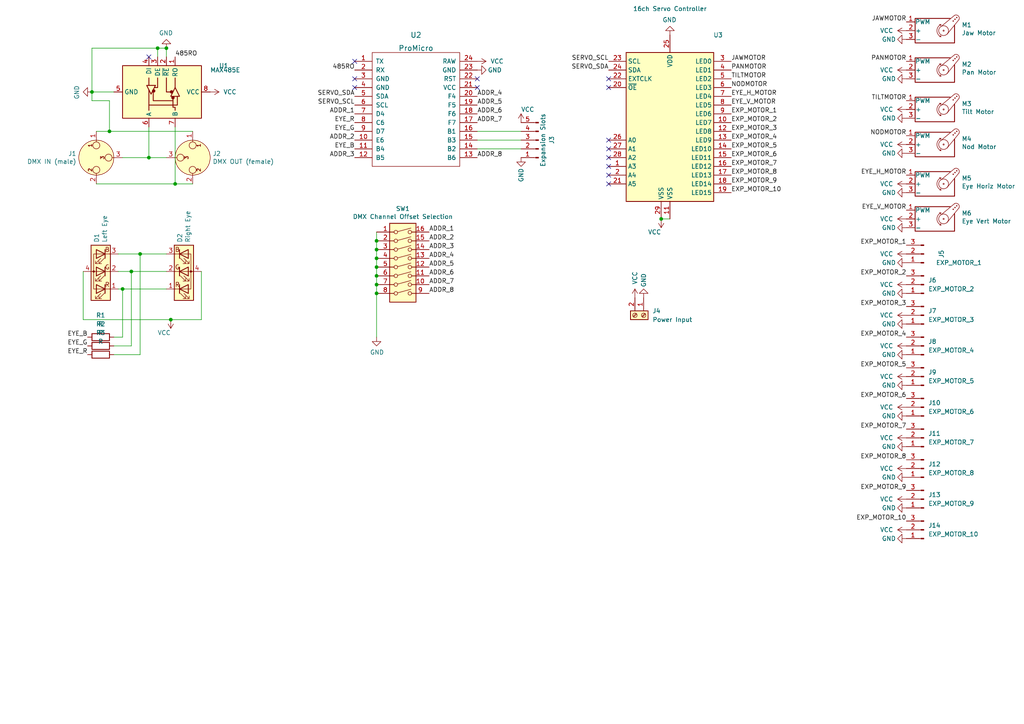
<source format=kicad_sch>
(kicad_sch (version 20211123) (generator eeschema)
  (paper "A4")
  (lib_symbols
    (symbol "Connector:Conn_01x03_Male" (pin_names (offset 1.016) hide)
      (property "Reference" "J" (at 0 5.08 0))
      (property "Value" "Conn_01x03_Male" (at 0 -5.08 0))
      (symbol "Conn_01x03_Male_1_1"
        (polyline (pts (xy 1.27 -2.54) (xy 0.8636 -2.54)) (stroke (width 0.1524)))
        (polyline (pts (xy 1.27 0) (xy 0.8636 0)) (stroke (width 0.1524)))
        (polyline (pts (xy 1.27 2.54) (xy 0.8636 2.54)) (stroke (width 0.1524)))
        (rectangle (start 0.8636 -2.413) (end 0 -2.667) (stroke (width 0.1524)) (fill (type outline)))
        (rectangle (start 0.8636 0.127) (end 0 -0.127) (stroke (width 0.1524)) (fill (type outline)))
        (rectangle (start 0.8636 2.667) (end 0 2.413) (stroke (width 0.1524)) (fill (type outline)))
        (pin passive line (at 5.08 2.54 180) (length 3.81) (name "Pin_1") (number "1"))
        (pin passive line (at 5.08 0 180) (length 3.81) (name "Pin_2") (number "2"))
        (pin passive line (at 5.08 -2.54 180) (length 3.81) (name "Pin_3") (number "3"))
      )
    )
    (symbol "Connector:Conn_01x05_Male" (pin_names (offset 1.016) hide)
      (property "Reference" "J" (at 0 7.62 0))
      (property "Value" "Conn_01x05_Male" (at 0 -7.62 0))
      (symbol "Conn_01x05_Male_1_1"
        (polyline (pts (xy 1.27 -5.08) (xy 0.8636 -5.08)) (stroke (width 0.1524)))
        (polyline (pts (xy 1.27 -2.54) (xy 0.8636 -2.54)) (stroke (width 0.1524)))
        (polyline (pts (xy 1.27 0) (xy 0.8636 0)) (stroke (width 0.1524)))
        (polyline (pts (xy 1.27 2.54) (xy 0.8636 2.54)) (stroke (width 0.1524)))
        (polyline (pts (xy 1.27 5.08) (xy 0.8636 5.08)) (stroke (width 0.1524)))
        (rectangle (start 0.8636 -4.953) (end 0 -5.207) (stroke (width 0.1524)) (fill (type outline)))
        (rectangle (start 0.8636 -2.413) (end 0 -2.667) (stroke (width 0.1524)) (fill (type outline)))
        (rectangle (start 0.8636 0.127) (end 0 -0.127) (stroke (width 0.1524)) (fill (type outline)))
        (rectangle (start 0.8636 2.667) (end 0 2.413) (stroke (width 0.1524)) (fill (type outline)))
        (rectangle (start 0.8636 5.207) (end 0 4.953) (stroke (width 0.1524)) (fill (type outline)))
        (pin passive line (at 5.08 5.08 180) (length 3.81) (name "Pin_1") (number "1"))
        (pin passive line (at 5.08 2.54 180) (length 3.81) (name "Pin_2") (number "2"))
        (pin passive line (at 5.08 0 180) (length 3.81) (name "Pin_3") (number "3"))
        (pin passive line (at 5.08 -2.54 180) (length 3.81) (name "Pin_4") (number "4"))
        (pin passive line (at 5.08 -5.08 180) (length 3.81) (name "Pin_5") (number "5"))
      )
    )
    (symbol "Connector:Screw_Terminal_01x02" (pin_names (offset 1.016) hide)
      (property "Reference" "J" (at 0 2.54 0))
      (property "Value" "Screw_Terminal_01x02" (at 0 -5.08 0))
      (symbol "Screw_Terminal_01x02_1_1"
        (rectangle (start -1.27 1.27) (end 1.27 -3.81) (stroke (width 0.254)) (fill (type background)))
        (circle (center 0 -2.54) (radius 0.635) (stroke (width 0.1524)))
        (polyline (pts (xy -0.5334 -2.2098) (xy 0.3302 -3.048)) (stroke (width 0.1524)))
        (polyline (pts (xy -0.5334 0.3302) (xy 0.3302 -0.508)) (stroke (width 0.1524)))
        (polyline (pts (xy -0.3556 -2.032) (xy 0.508 -2.8702)) (stroke (width 0.1524)))
        (polyline (pts (xy -0.3556 0.508) (xy 0.508 -0.3302)) (stroke (width 0.1524)))
        (circle (center 0 0) (radius 0.635) (stroke (width 0.1524)))
        (pin passive line (at -5.08 0 0) (length 3.81) (name "Pin_1") (number "1"))
        (pin passive line (at -5.08 -2.54 0) (length 3.81) (name "Pin_2") (number "2"))
      )
    )
    (symbol "Connector:XLR3" (pin_names hide)
      (property "Reference" "J" (at 0 8.89 0))
      (property "Value" "XLR3" (at 0 6.35 0))
      (symbol "XLR3_0_1"
        (circle (center -3.556 0) (radius 1.016))
        (circle (center 0 -3.556) (radius 1.016))
        (polyline (pts (xy -5.08 0) (xy -4.572 0)))
        (polyline (pts (xy 0 -5.08) (xy 0 -4.572)))
        (polyline (pts (xy 5.08 0) (xy 4.572 0)))
        (circle (center 0 0) (radius 5.08) (fill (type background)))
        (circle (center 3.556 0) (radius 1.016))
        (text "1" (at -3.556 1.778 0) (effects (font (size 1.016 1.016) bold)))
        (text "2" (at 3.556 1.778 0) (effects (font (size 1.016 1.016) bold)))
        (text "3" (at 0 -1.778 0) (effects (font (size 1.016 1.016) bold)))
        (pin passive line (at -7.62 0 0) (length 2.54) (name "~") (number "1"))
        (pin passive line (at 7.62 0 180) (length 2.54) (name "~") (number "2"))
        (pin passive line (at 0 -7.62 90) (length 2.54) (name "~") (number "3"))
      )
    )
    (symbol "Device:LED_RGBA" (pin_names (offset 0) hide)
      (property "Reference" "D" (at 0 9.398 0))
      (property "Value" "LED_RGBA" (at 0 -8.89 0))
      (symbol "LED_RGBA_0_0"
        (text "B" (at -1.905 -6.35 0) (effects (font (size 1.27 1.27))))
        (text "G" (at -1.905 -1.27 0) (effects (font (size 1.27 1.27))))
        (text "R" (at -1.905 3.81 0) (effects (font (size 1.27 1.27))))
      )
      (symbol "LED_RGBA_0_1"
        (polyline (pts (xy -1.27 -5.08) (xy -2.54 -5.08)))
        (polyline (pts (xy -1.27 -5.08) (xy 1.27 -5.08)))
        (polyline (pts (xy -1.27 -3.81) (xy -1.27 -6.35)) (stroke (width 0.254)))
        (polyline (pts (xy -1.27 0) (xy -2.54 0)))
        (polyline (pts (xy -1.27 1.27) (xy -1.27 -1.27)) (stroke (width 0.254)))
        (polyline (pts (xy -1.27 5.08) (xy -2.54 5.08)))
        (polyline (pts (xy -1.27 5.08) (xy 1.27 5.08)))
        (polyline (pts (xy -1.27 6.35) (xy -1.27 3.81)) (stroke (width 0.254)))
        (polyline (pts (xy 1.27 0) (xy -1.27 0)))
        (polyline (pts (xy 1.27 0) (xy 2.54 0)))
        (polyline (pts (xy -1.27 1.27) (xy -1.27 -1.27) (xy -1.27 -1.27)))
        (polyline (pts (xy -1.27 6.35) (xy -1.27 3.81) (xy -1.27 3.81)))
        (polyline (pts (xy 1.27 -5.08) (xy 2.032 -5.08) (xy 2.032 5.08) (xy 1.27 5.08)))
        (polyline (pts (xy 1.27 -3.81) (xy 1.27 -6.35) (xy -1.27 -5.08) (xy 1.27 -3.81)) (stroke (width 0.254)))
        (polyline (pts (xy 1.27 1.27) (xy 1.27 -1.27) (xy -1.27 0) (xy 1.27 1.27)) (stroke (width 0.254)))
        (polyline (pts (xy 1.27 6.35) (xy 1.27 3.81) (xy -1.27 5.08) (xy 1.27 6.35)) (stroke (width 0.254)))
        (polyline (pts (xy -1.016 -3.81) (xy 0.508 -2.286) (xy -0.254 -2.286) (xy 0.508 -2.286) (xy 0.508 -3.048)))
        (polyline (pts (xy -1.016 1.27) (xy 0.508 2.794) (xy -0.254 2.794) (xy 0.508 2.794) (xy 0.508 2.032)))
        (polyline (pts (xy -1.016 6.35) (xy 0.508 7.874) (xy -0.254 7.874) (xy 0.508 7.874) (xy 0.508 7.112)))
        (polyline (pts (xy 0 -3.81) (xy 1.524 -2.286) (xy 0.762 -2.286) (xy 1.524 -2.286) (xy 1.524 -3.048)))
        (polyline (pts (xy 0 1.27) (xy 1.524 2.794) (xy 0.762 2.794) (xy 1.524 2.794) (xy 1.524 2.032)))
        (polyline (pts (xy 0 6.35) (xy 1.524 7.874) (xy 0.762 7.874) (xy 1.524 7.874) (xy 1.524 7.112)))
        (rectangle (start 1.27 -1.27) (end 1.27 1.27))
        (rectangle (start 1.27 1.27) (end 1.27 1.27))
        (rectangle (start 1.27 3.81) (end 1.27 6.35))
        (rectangle (start 1.27 6.35) (end 1.27 6.35))
        (circle (center 2.032 0) (radius 0.254) (fill (type outline)))
        (rectangle (start 2.794 8.382) (end -2.794 -7.62) (stroke (width 0.254)) (fill (type background)))
      )
      (symbol "LED_RGBA_1_1"
        (pin passive line (at -5.08 5.08 0) (length 2.54) (name "RK") (number "1"))
        (pin passive line (at -5.08 0 0) (length 2.54) (name "GK") (number "2"))
        (pin passive line (at -5.08 -5.08 0) (length 2.54) (name "BK") (number "3"))
        (pin passive line (at 5.08 0 180) (length 2.54) (name "A") (number "4"))
      )
    )
    (symbol "Device:R" (pin_numbers hide) (pin_names (offset 0))
      (property "Reference" "R" (at 2.032 0 90))
      (property "Value" "R" (at 0 0 90))
      (symbol "R_0_1"
        (rectangle (start -1.016 -2.54) (end 1.016 2.54) (stroke (width 0.254)))
      )
      (symbol "R_1_1"
        (pin passive line (at 0 3.81 270) (length 1.27) (name "~") (number "1"))
        (pin passive line (at 0 -3.81 90) (length 1.27) (name "~") (number "2"))
      )
    )
    (symbol "Driver_LED:PCA9685BS"
      (property "Reference" "U" (at -12.7 22.225 0))
      (property "Value" "PCA9685BS" (at 1.27 22.225 0))
      (symbol "PCA9685BS_0_1"
        (rectangle (start -12.7 20.32) (end 12.7 -22.86) (stroke (width 0.254)) (fill (type background)))
      )
      (symbol "PCA9685BS_1_1"
        (pin input line (at -17.78 -12.7 0) (length 5.08) (name "A3") (number "1"))
        (pin output line (at 17.78 0 180) (length 5.08) (name "LED7") (number "10"))
        (pin power_in line (at 0 -27.94 90) (length 5.08) (name "VSS") (number "11"))
        (pin output line (at 17.78 -2.54 180) (length 5.08) (name "LED8") (number "12"))
        (pin output line (at 17.78 -5.08 180) (length 5.08) (name "LED9") (number "13"))
        (pin output line (at 17.78 -7.62 180) (length 5.08) (name "LED10") (number "14"))
        (pin output line (at 17.78 -10.16 180) (length 5.08) (name "LED11") (number "15"))
        (pin output line (at 17.78 -12.7 180) (length 5.08) (name "LED12") (number "16"))
        (pin output line (at 17.78 -15.24 180) (length 5.08) (name "LED13") (number "17"))
        (pin output line (at 17.78 -17.78 180) (length 5.08) (name "LED14") (number "18"))
        (pin output line (at 17.78 -20.32 180) (length 5.08) (name "LED15") (number "19"))
        (pin input line (at -17.78 -15.24 0) (length 5.08) (name "A4") (number "2"))
        (pin input line (at -17.78 10.16 0) (length 5.08) (name "~{OE}") (number "20"))
        (pin input line (at -17.78 -17.78 0) (length 5.08) (name "A5") (number "21"))
        (pin input line (at -17.78 12.7 0) (length 5.08) (name "EXTCLK") (number "22"))
        (pin input line (at -17.78 17.78 0) (length 5.08) (name "SCL") (number "23"))
        (pin bidirectional line (at -17.78 15.24 0) (length 5.08) (name "SDA") (number "24"))
        (pin power_in line (at 0 25.4 270) (length 5.08) (name "VDD") (number "25"))
        (pin input line (at -17.78 -5.08 0) (length 5.08) (name "A0") (number "26"))
        (pin input line (at -17.78 -7.62 0) (length 5.08) (name "A1") (number "27"))
        (pin input line (at -17.78 -10.16 0) (length 5.08) (name "A2") (number "28"))
        (pin power_in line (at -2.54 -27.94 90) (length 5.08) (name "VSS") (number "29"))
        (pin output line (at 17.78 17.78 180) (length 5.08) (name "LED0") (number "3"))
        (pin output line (at 17.78 15.24 180) (length 5.08) (name "LED1") (number "4"))
        (pin output line (at 17.78 12.7 180) (length 5.08) (name "LED2") (number "5"))
        (pin output line (at 17.78 10.16 180) (length 5.08) (name "LED3") (number "6"))
        (pin output line (at 17.78 7.62 180) (length 5.08) (name "LED4") (number "7"))
        (pin output line (at 17.78 5.08 180) (length 5.08) (name "LED5") (number "8"))
        (pin output line (at 17.78 2.54 180) (length 5.08) (name "LED6") (number "9"))
      )
    )
    (symbol "Interface_UART:MAX485E"
      (property "Reference" "U" (at -6.096 11.43 0))
      (property "Value" "MAX485E" (at 0.762 11.43 0))
      (symbol "MAX485E_0_1"
        (rectangle (start -7.62 10.16) (end 7.62 -12.7) (stroke (width 0.254)) (fill (type background)))
        (circle (center -0.3048 -3.683) (radius 0.3556) (stroke (width 0.254)) (fill (type outline)))
        (circle (center -0.0254 1.4986) (radius 0.3556) (stroke (width 0.254)) (fill (type outline)))
        (polyline (pts (xy -4.064 -5.08) (xy -1.905 -5.08)) (stroke (width 0.254)))
        (polyline (pts (xy -4.064 2.54) (xy -1.27 2.54)) (stroke (width 0.254)))
        (polyline (pts (xy -1.27 -3.2004) (xy -1.27 -3.4544)) (stroke (width 0.254)))
        (polyline (pts (xy -0.635 -5.08) (xy 5.334 -5.08)) (stroke (width 0.254)))
        (polyline (pts (xy -4.064 -2.54) (xy -1.27 -2.54) (xy -1.27 -3.175)) (stroke (width 0.254)))
        (polyline (pts (xy 0 1.27) (xy 0 0) (xy -4.064 0)) (stroke (width 0.254)))
        (polyline (pts (xy 1.27 3.175) (xy 3.81 3.175) (xy 3.81 -5.08)) (stroke (width 0.254)))
        (polyline (pts (xy 2.54 1.905) (xy 2.54 -3.81) (xy 0 -3.81)) (stroke (width 0.254)))
        (polyline (pts (xy -1.905 -3.175) (xy -1.905 -5.715) (xy 0.635 -4.445) (xy -1.905 -3.175)) (stroke (width 0.254)))
        (polyline (pts (xy -1.27 2.54) (xy 1.27 3.81) (xy 1.27 1.27) (xy -1.27 2.54)) (stroke (width 0.254)))
        (polyline (pts (xy 1.905 1.905) (xy 4.445 1.905) (xy 4.445 2.54) (xy 5.334 2.54)) (stroke (width 0.254)))
        (rectangle (start 1.27 3.175) (end 1.27 3.175))
        (circle (center 1.651 1.905) (radius 0.3556) (stroke (width 0.254)) (fill (type outline)))
      )
      (symbol "MAX485E_1_1"
        (pin output line (at -10.16 2.54 0) (length 2.54) (name "RO") (number "1"))
        (pin input line (at -10.16 0 0) (length 2.54) (name "~{RE}") (number "2"))
        (pin input line (at -10.16 -2.54 0) (length 2.54) (name "DE") (number "3"))
        (pin input line (at -10.16 -5.08 0) (length 2.54) (name "DI") (number "4"))
        (pin power_in line (at 0 -15.24 90) (length 2.54) (name "GND") (number "5"))
        (pin bidirectional line (at 10.16 -5.08 180) (length 2.54) (name "A") (number "6"))
        (pin bidirectional line (at 10.16 2.54 180) (length 2.54) (name "B") (number "7"))
        (pin power_in line (at 0 12.7 270) (length 2.54) (name "VCC") (number "8"))
      )
    )
    (symbol "Motor:Motor_Servo" (pin_names (offset 0.0254))
      (property "Reference" "M" (at -5.08 4.445 0))
      (property "Value" "Motor_Servo" (at -5.08 -4.064 0))
      (symbol "Motor_Servo_0_1"
        (polyline (pts (xy 2.413 -1.778) (xy 2.032 -1.778)))
        (polyline (pts (xy 2.413 -1.778) (xy 2.286 -1.397)))
        (polyline (pts (xy 2.413 1.778) (xy 1.905 1.778)))
        (polyline (pts (xy 2.413 1.778) (xy 2.286 1.397)))
        (polyline (pts (xy 6.35 4.445) (xy 2.54 1.27)))
        (polyline (pts (xy 7.62 3.175) (xy 4.191 -1.016)))
        (polyline (pts (xy 5.08 3.556) (xy -5.08 3.556) (xy -5.08 -3.556) (xy 6.35 -3.556) (xy 6.35 1.524)) (stroke (width 0.254)))
        (arc (start 2.413 1.778) (mid 1.2406 0) (end 2.413 -1.778))
        (circle (center 3.175 0) (radius 0.1778))
        (circle (center 3.175 0) (radius 1.4224))
        (circle (center 5.969 2.794) (radius 0.127))
        (circle (center 6.477 3.302) (radius 0.127))
        (circle (center 6.985 3.81) (radius 0.127))
        (arc (start 7.62 3.175) (mid 7.4485 4.2735) (end 6.35 4.445))
      )
      (symbol "Motor_Servo_1_1"
        (pin passive line (at -7.62 2.54 0) (length 2.54) (name "PWM") (number "1"))
        (pin passive line (at -7.62 0 0) (length 2.54) (name "+") (number "2"))
        (pin passive line (at -7.62 -2.54 0) (length 2.54) (name "-") (number "3"))
      )
    )
    (symbol "Switch:SW_DIP_x08" (pin_names (offset 0) hide)
      (property "Reference" "SW" (at 0 13.97 0))
      (property "Value" "SW_DIP_x08" (at 0 -11.43 0))
      (symbol "SW_DIP_x08_0_0"
        (circle (center -2.032 -7.62) (radius 0.508))
        (circle (center -2.032 -5.08) (radius 0.508))
        (circle (center -2.032 -2.54) (radius 0.508))
        (circle (center -2.032 0) (radius 0.508))
        (circle (center -2.032 2.54) (radius 0.508))
        (circle (center -2.032 5.08) (radius 0.508))
        (circle (center -2.032 7.62) (radius 0.508))
        (circle (center -2.032 10.16) (radius 0.508))
        (polyline (pts (xy -1.524 -7.4676) (xy 2.3622 -6.4262)))
        (polyline (pts (xy -1.524 -4.9276) (xy 2.3622 -3.8862)))
        (polyline (pts (xy -1.524 -2.3876) (xy 2.3622 -1.3462)))
        (polyline (pts (xy -1.524 0.127) (xy 2.3622 1.1684)))
        (polyline (pts (xy -1.524 2.667) (xy 2.3622 3.7084)))
        (polyline (pts (xy -1.524 5.207) (xy 2.3622 6.2484)))
        (polyline (pts (xy -1.524 7.747) (xy 2.3622 8.7884)))
        (polyline (pts (xy -1.524 10.287) (xy 2.3622 11.3284)))
        (circle (center 2.032 -7.62) (radius 0.508))
        (circle (center 2.032 -5.08) (radius 0.508))
        (circle (center 2.032 -2.54) (radius 0.508))
        (circle (center 2.032 0) (radius 0.508))
        (circle (center 2.032 2.54) (radius 0.508))
        (circle (center 2.032 5.08) (radius 0.508))
        (circle (center 2.032 7.62) (radius 0.508))
        (circle (center 2.032 10.16) (radius 0.508))
      )
      (symbol "SW_DIP_x08_0_1"
        (rectangle (start -3.81 12.7) (end 3.81 -10.16) (stroke (width 0.254)) (fill (type background)))
      )
      (symbol "SW_DIP_x08_1_1"
        (pin passive line (at -7.62 10.16 0) (length 5.08) (name "~") (number "1"))
        (pin passive line (at 7.62 -5.08 180) (length 5.08) (name "~") (number "10"))
        (pin passive line (at 7.62 -2.54 180) (length 5.08) (name "~") (number "11"))
        (pin passive line (at 7.62 0 180) (length 5.08) (name "~") (number "12"))
        (pin passive line (at 7.62 2.54 180) (length 5.08) (name "~") (number "13"))
        (pin passive line (at 7.62 5.08 180) (length 5.08) (name "~") (number "14"))
        (pin passive line (at 7.62 7.62 180) (length 5.08) (name "~") (number "15"))
        (pin passive line (at 7.62 10.16 180) (length 5.08) (name "~") (number "16"))
        (pin passive line (at -7.62 7.62 0) (length 5.08) (name "~") (number "2"))
        (pin passive line (at -7.62 5.08 0) (length 5.08) (name "~") (number "3"))
        (pin passive line (at -7.62 2.54 0) (length 5.08) (name "~") (number "4"))
        (pin passive line (at -7.62 0 0) (length 5.08) (name "~") (number "5"))
        (pin passive line (at -7.62 -2.54 0) (length 5.08) (name "~") (number "6"))
        (pin passive line (at -7.62 -5.08 0) (length 5.08) (name "~") (number "7"))
        (pin passive line (at -7.62 -7.62 0) (length 5.08) (name "~") (number "8"))
        (pin passive line (at 7.62 -7.62 180) (length 5.08) (name "~") (number "9"))
      )
    )
    (symbol "power:GND" (power) (pin_names (offset 0))
      (property "Value" "GND" (at 0 -3.81 0))
      (symbol "GND_0_1"
        (polyline (pts (xy 0 0) (xy 0 -1.27) (xy 1.27 -1.27) (xy 0 -2.54) (xy -1.27 -1.27) (xy 0 -1.27)))
      )
      (symbol "GND_1_1"
        (pin power_in line (at 0 0 270) (length 0) hide (name "GND") (number "1"))
      )
    )
    (symbol "power:VCC" (power) (pin_names (offset 0))
      (property "Value" "VCC" (at 0 3.81 0))
      (symbol "VCC_0_1"
        (polyline (pts (xy -0.762 1.27) (xy 0 2.54)))
        (polyline (pts (xy 0 0) (xy 0 2.54)))
        (polyline (pts (xy 0 2.54) (xy 0.762 1.27)))
      )
      (symbol "VCC_1_1"
        (pin power_in line (at 0 0 90) (length 0) hide (name "VCC") (number "1"))
      )
    )
    (symbol "promicro:ProMicro" (pin_names (offset 1.016))
      (property "Reference" "U" (at 0 24.13 0))
      (property "Value" "ProMicro" (at 0 -13.97 0))
      (symbol "ProMicro_0_1"
        (rectangle (start -12.7 21.59) (end 12.7 -11.43))
      )
      (symbol "ProMicro_1_1"
        (pin bidirectional line (at -17.78 19.05 0) (length 5.08) (name "TX") (number "1"))
        (pin bidirectional line (at -17.78 -3.81 0) (length 5.08) (name "E6") (number "10"))
        (pin bidirectional line (at -17.78 -6.35 0) (length 5.08) (name "B4") (number "11"))
        (pin bidirectional line (at -17.78 -8.89 0) (length 5.08) (name "B5") (number "12"))
        (pin bidirectional line (at 17.78 -8.89 180) (length 5.08) (name "B6") (number "13"))
        (pin bidirectional line (at 17.78 -6.35 180) (length 5.08) (name "B2") (number "14"))
        (pin bidirectional line (at 17.78 -3.81 180) (length 5.08) (name "B3") (number "15"))
        (pin bidirectional line (at 17.78 -1.27 180) (length 5.08) (name "B1") (number "16"))
        (pin bidirectional line (at 17.78 1.27 180) (length 5.08) (name "F7") (number "17"))
        (pin bidirectional line (at 17.78 3.81 180) (length 5.08) (name "F6") (number "18"))
        (pin bidirectional line (at 17.78 6.35 180) (length 5.08) (name "F5") (number "19"))
        (pin bidirectional line (at -17.78 16.51 0) (length 5.08) (name "RX") (number "2"))
        (pin bidirectional line (at 17.78 8.89 180) (length 5.08) (name "F4") (number "20"))
        (pin power_in line (at 17.78 11.43 180) (length 5.08) (name "VCC") (number "21"))
        (pin input line (at 17.78 13.97 180) (length 5.08) (name "RST") (number "22"))
        (pin power_in line (at 17.78 16.51 180) (length 5.08) (name "GND") (number "23"))
        (pin power_out line (at 17.78 19.05 180) (length 5.08) (name "RAW") (number "24"))
        (pin power_in line (at -17.78 13.97 0) (length 5.08) (name "GND") (number "3"))
        (pin power_in line (at -17.78 11.43 0) (length 5.08) (name "GND") (number "4"))
        (pin bidirectional line (at -17.78 8.89 0) (length 5.08) (name "SDA") (number "5"))
        (pin bidirectional line (at -17.78 6.35 0) (length 5.08) (name "SCL") (number "6"))
        (pin bidirectional line (at -17.78 3.81 0) (length 5.08) (name "D4") (number "7"))
        (pin bidirectional line (at -17.78 1.27 0) (length 5.08) (name "C6") (number "8"))
        (pin bidirectional line (at -17.78 -1.27 0) (length 5.08) (name "D7") (number "9"))
      )
    )
  )
  (junction (at 35.56 83.82))
  (junction (at 109.22 80.01))
  (junction (at 38.1 78.74))
  (junction (at 49.53 92.71))
  (junction (at 45.72 13.97))
  (junction (at 40.64 73.66))
  (junction (at 191.77 63.5))
  (junction (at 50.8 53.34))
  (junction (at 26.67 26.67))
  (junction (at 109.22 77.47))
  (junction (at 109.22 72.39))
  (junction (at 48.26 13.97))
  (junction (at 109.22 85.09))
  (junction (at 31.75 38.1))
  (junction (at 43.18 45.72))
  (junction (at 109.22 74.93))
  (junction (at 109.22 69.85))
  (junction (at 109.22 82.55))
  (no_connect (at 43.18 16.51))
  (no_connect (at 102.87 17.78))
  (no_connect (at 102.87 22.86))
  (no_connect (at 102.87 25.4))
  (no_connect (at 176.53 40.64))
  (no_connect (at 138.43 22.86))
  (no_connect (at 138.43 25.4))
  (no_connect (at 176.53 22.86))
  (no_connect (at 176.53 25.4))
  (no_connect (at 176.53 43.18))
  (no_connect (at 176.53 48.26))
  (no_connect (at 176.53 50.8))
  (no_connect (at 176.53 53.34))
  (no_connect (at 176.53 45.72))
  (wire (pts (xy 58.42 78.74) (xy 58.42 92.71)))
  (wire (pts (xy 38.1 78.74) (xy 48.26 78.74)))
  (wire (pts (xy 194.31 63.5) (xy 191.77 63.5)))
  (wire (pts (xy 31.75 38.1) (xy 31.75 29.21)))
  (wire (pts (xy 35.56 83.82) (xy 48.26 83.82)))
  (wire (pts (xy 48.26 13.97) (xy 48.26 16.51)))
  (wire (pts (xy 35.56 45.72) (xy 43.18 45.72)))
  (wire (pts (xy 31.75 29.21) (xy 26.67 29.21)))
  (wire (pts (xy 26.67 29.21) (xy 26.67 26.67)))
  (wire (pts (xy 138.43 43.18) (xy 151.13 43.18)))
  (wire (pts (xy 138.43 38.1) (xy 151.13 38.1)))
  (wire (pts (xy 34.29 78.74) (xy 38.1 78.74)))
  (wire (pts (xy 27.94 38.1) (xy 31.75 38.1)))
  (wire (pts (xy 24.13 92.71) (xy 49.53 92.71)))
  (wire (pts (xy 109.22 72.39) (xy 109.22 74.93)))
  (wire (pts (xy 109.22 69.85) (xy 109.22 72.39)))
  (wire (pts (xy 49.53 92.71) (xy 58.42 92.71)))
  (wire (pts (xy 109.22 74.93) (xy 109.22 77.47)))
  (wire (pts (xy 27.94 53.34) (xy 50.8 53.34)))
  (wire (pts (xy 43.18 45.72) (xy 48.26 45.72)))
  (wire (pts (xy 26.67 26.67) (xy 26.67 13.97)))
  (wire (pts (xy 40.64 102.87) (xy 40.64 73.66)))
  (wire (pts (xy 43.18 45.72) (xy 43.18 36.83)))
  (wire (pts (xy 138.43 40.64) (xy 151.13 40.64)))
  (wire (pts (xy 109.22 85.09) (xy 109.22 97.79)))
  (wire (pts (xy 38.1 100.33) (xy 38.1 78.74)))
  (wire (pts (xy 45.72 13.97) (xy 45.72 16.51)))
  (wire (pts (xy 109.22 77.47) (xy 109.22 80.01)))
  (wire (pts (xy 34.29 73.66) (xy 40.64 73.66)))
  (wire (pts (xy 33.02 102.87) (xy 40.64 102.87)))
  (wire (pts (xy 31.75 38.1) (xy 55.88 38.1)))
  (wire (pts (xy 48.26 13.97) (xy 45.72 13.97)))
  (wire (pts (xy 33.02 26.67) (xy 26.67 26.67)))
  (wire (pts (xy 24.13 92.71) (xy 24.13 78.74)))
  (wire (pts (xy 109.22 67.31) (xy 109.22 69.85)))
  (wire (pts (xy 50.8 36.83) (xy 50.8 53.34)))
  (wire (pts (xy 26.67 13.97) (xy 45.72 13.97)))
  (wire (pts (xy 40.64 73.66) (xy 48.26 73.66)))
  (wire (pts (xy 109.22 82.55) (xy 109.22 85.09)))
  (wire (pts (xy 33.02 97.79) (xy 35.56 97.79)))
  (wire (pts (xy 50.8 53.34) (xy 55.88 53.34)))
  (wire (pts (xy 34.29 83.82) (xy 35.56 83.82)))
  (wire (pts (xy 109.22 80.01) (xy 109.22 82.55)))
  (wire (pts (xy 35.56 97.79) (xy 35.56 83.82)))
  (wire (pts (xy 33.02 100.33) (xy 38.1 100.33)))
  (label "SERVO_SCL" (at 176.53 17.78 180))
  (label "EYE_V_MOTOR" (at 212.09 30.48 0))
  (label "ADDR_4" (at 124.46 74.93 0))
  (label "EXP_MOTOR_9" (at 212.09 53.34 0))
  (label "EXP_MOTOR_10" (at 262.89 151.13 180))
  (label "SERVO_SCL" (at 102.87 30.48 180))
  (label "EXP_MOTOR_9" (at 262.89 142.24 180))
  (label "PANMOTOR" (at 212.09 20.32 0))
  (label "EYE_H_MOTOR" (at 212.09 27.94 0))
  (label "EXP_MOTOR_1" (at 212.09 33.02 0))
  (label "EXP_MOTOR_6" (at 262.89 115.57 180))
  (label "485RO" (at 50.8 16.51 0))
  (label "ADDR_5" (at 124.46 77.47 0))
  (label "EXP_MOTOR_2" (at 262.89 80.01 180))
  (label "EXP_MOTOR_5" (at 212.09 43.18 0))
  (label "EXP_MOTOR_3" (at 262.89 88.9 180))
  (label "EXP_MOTOR_10" (at 212.09 55.88 0))
  (label "ADDR_7" (at 138.43 35.56 0))
  (label "EXP_MOTOR_4" (at 212.09 40.64 0))
  (label "EXP_MOTOR_7" (at 262.89 124.46 180))
  (label "ADDR_3" (at 102.87 45.72 180))
  (label "ADDR_1" (at 124.46 67.31 0))
  (label "EYE_B" (at 25.4 97.79 180))
  (label "EXP_MOTOR_2" (at 212.09 35.56 0))
  (label "ADDR_6" (at 138.43 33.02 0))
  (label "EXP_MOTOR_8" (at 212.09 50.8 0))
  (label "EYE_G" (at 25.4 100.33 180))
  (label "ADDR_4" (at 138.43 27.94 0))
  (label "ADDR_3" (at 124.46 72.39 0))
  (label "EYE_R" (at 25.4 102.87 180))
  (label "EXP_MOTOR_5" (at 262.89 106.68 180))
  (label "NODMOTOR" (at 262.89 39.37 180))
  (label "JAWMOTOR" (at 212.09 17.78 0))
  (label "ADDR_2" (at 102.87 40.64 180))
  (label "SERVO_SDA" (at 176.53 20.32 180))
  (label "EXP_MOTOR_3" (at 212.09 38.1 0))
  (label "ADDR_5" (at 138.43 30.48 0))
  (label "JAWMOTOR" (at 262.89 6.35 180))
  (label "SERVO_SDA" (at 102.87 27.94 180))
  (label "EXP_MOTOR_4" (at 262.89 97.79 180))
  (label "PANMOTOR" (at 262.89 17.78 180))
  (label "EYE_H_MOTOR" (at 262.89 50.8 180))
  (label "EXP_MOTOR_7" (at 212.09 48.26 0))
  (label "TILTMOTOR" (at 262.89 29.21 180))
  (label "EYE_R" (at 102.87 35.56 180))
  (label "ADDR_6" (at 124.46 80.01 0))
  (label "EXP_MOTOR_1" (at 262.89 71.12 180))
  (label "ADDR_7" (at 124.46 82.55 0))
  (label "EXP_MOTOR_8" (at 262.89 133.35 180))
  (label "485RO" (at 102.87 20.32 180))
  (label "ADDR_1" (at 102.87 33.02 180))
  (label "EYE_B" (at 102.87 43.18 180))
  (label "EXP_MOTOR_6" (at 212.09 45.72 0))
  (label "TILTMOTOR" (at 212.09 22.86 0))
  (label "ADDR_8" (at 124.46 85.09 0))
  (label "EYE_G" (at 102.87 38.1 180))
  (label "ADDR_2" (at 124.46 69.85 0))
  (label "NODMOTOR" (at 212.09 25.4 0))
  (label "ADDR_8" (at 138.43 45.72 0))
  (label "EYE_V_MOTOR" (at 262.89 60.96 180))
  (symbol (lib_id "Interface_UART:MAX485E") (at 48.26 26.67 270) (unit 1)
    (property "Reference" "U1" (at 63.5 19.05 90) (effects (justify left)))
    (property "Value" "MAX485E" (at 60.96 20.32 90) (effects (justify left)))
    (property "Footprint" "test:MAX485" (effects hide))
    (property "Datasheet" "https://datasheets.maximintegrated.com/en/ds/MAX1487E-MAX491E.pdf" (effects hide))
  )
  (symbol (lib_id "power:GND") (at 48.26 13.97 180) (unit 1)
    (property "Reference" "#PWR0102" (effects hide))
    (property "Value" "GND" (at 48.133 9.5758 0))
  )
  (symbol (lib_id "Connector:XLR3") (at 27.94 45.72 90) (mirror x) (unit 1)
    (property "Reference" "J1" (at 22.1742 44.5516 90) (effects (justify left)))
    (property "Value" "DMX IN (male)" (at 22.1742 46.863 90) (effects (justify left)))
    (property "Footprint" "Connector_PinHeader_2.54mm:PinHeader_1x03_P2.54mm_Horizontal" (effects hide))
    (property "Datasheet" " ~" (effects hide))
  )
  (symbol (lib_id "Connector:XLR3") (at 55.88 45.72 270) (unit 1)
    (property "Reference" "J2" (at 61.6712 44.5516 90) (effects (justify left)))
    (property "Value" "DMX OUT (female)" (at 61.6712 46.863 90) (effects (justify left)))
    (property "Footprint" "Connector_PinHeader_2.54mm:PinHeader_1x03_P2.54mm_Horizontal" (effects hide))
    (property "Datasheet" " ~" (effects hide))
  )
  (symbol (lib_id "Device:LED_RGBA") (at 29.21 78.74 180) (unit 1)
    (property "Reference" "D1" (at 28.0416 70.358 90) (effects (justify right)))
    (property "Value" "Left Eye" (at 30.353 70.358 90) (effects (justify right)))
    (property "Footprint" "Connector_PinHeader_2.54mm:PinHeader_1x04_P2.54mm_Horizontal" (effects hide))
  )
  (symbol (lib_id "Device:LED_RGBA") (at 53.34 78.74 0) (mirror x) (unit 1)
    (property "Reference" "D2" (at 52.1716 70.358 90) (effects (justify right)))
    (property "Value" "Right Eye" (at 54.483 70.358 90) (effects (justify right)))
    (property "Footprint" "Connector_PinHeader_2.54mm:PinHeader_1x04_P2.54mm_Horizontal" (effects hide))
  )
  (symbol (lib_id "Driver_LED:PCA9685BS") (at 194.31 35.56 0) (unit 1)
    (property "Reference" "U3" (at 208.28 10.16 0))
    (property "Value" "16ch Servo Controller" (at 194.31 2.54 0))
    (property "Footprint" "test:Adafruit 16ch Servo controller" (effects hide))
    (property "Datasheet" "http://www.nxp.com/documents/data_sheet/PCA9685.pdf" (effects hide))
  )
  (symbol (lib_id "power:GND") (at 194.31 10.16 180) (unit 1)
    (property "Reference" "#PWR0108" (effects hide))
    (property "Value" "GND" (at 194.183 5.7658 0))
  )
  (symbol (lib_id "Motor:Motor_Servo") (at 270.51 8.89 0) (unit 1)
    (property "Reference" "M1" (at 278.9428 7.239 0) (effects (justify left)))
    (property "Value" "Jaw Motor" (at 278.9428 9.5504 0) (effects (justify left)))
    (property "Footprint" "Connector_PinHeader_2.54mm:PinHeader_1x03_P2.54mm_Horizontal" (effects hide))
    (property "Datasheet" "http://forums.parallax.com/uploads/attachments/46831/74481.png" (effects hide))
  )
  (symbol (lib_id "Motor:Motor_Servo") (at 270.51 20.32 0) (unit 1)
    (property "Reference" "M2" (at 278.9428 18.669 0) (effects (justify left)))
    (property "Value" "Pan Motor" (at 278.9428 20.9804 0) (effects (justify left)))
    (property "Footprint" "Connector_PinHeader_2.54mm:PinHeader_1x03_P2.54mm_Horizontal" (effects hide))
    (property "Datasheet" "http://forums.parallax.com/uploads/attachments/46831/74481.png" (effects hide))
  )
  (symbol (lib_id "Motor:Motor_Servo") (at 270.51 31.75 0) (unit 1)
    (property "Reference" "M3" (at 278.9428 30.099 0) (effects (justify left)))
    (property "Value" "Tilt Motor" (at 278.9428 32.4104 0) (effects (justify left)))
    (property "Footprint" "Connector_PinHeader_2.54mm:PinHeader_1x03_P2.54mm_Horizontal" (effects hide))
    (property "Datasheet" "http://forums.parallax.com/uploads/attachments/46831/74481.png" (effects hide))
  )
  (symbol (lib_id "Motor:Motor_Servo") (at 270.51 41.91 0) (unit 1)
    (property "Reference" "M4" (at 278.9428 40.259 0) (effects (justify left)))
    (property "Value" "Nod Motor" (at 278.9428 42.5704 0) (effects (justify left)))
    (property "Footprint" "Connector_PinHeader_2.54mm:PinHeader_1x03_P2.54mm_Horizontal" (effects hide))
    (property "Datasheet" "http://forums.parallax.com/uploads/attachments/46831/74481.png" (effects hide))
  )
  (symbol (lib_id "Motor:Motor_Servo") (at 270.51 53.34 0) (unit 1)
    (property "Reference" "M5" (at 278.9428 51.689 0) (effects (justify left)))
    (property "Value" "Eye Horiz Motor" (at 278.9428 54.0004 0) (effects (justify left)))
    (property "Footprint" "Connector_PinHeader_2.54mm:PinHeader_1x03_P2.54mm_Horizontal" (effects hide))
    (property "Datasheet" "http://forums.parallax.com/uploads/attachments/46831/74481.png" (effects hide))
  )
  (symbol (lib_id "Motor:Motor_Servo") (at 270.51 63.5 0) (unit 1)
    (property "Reference" "M6" (at 278.9428 61.849 0) (effects (justify left)))
    (property "Value" "Eye Vert Motor" (at 278.9428 64.1604 0) (effects (justify left)))
    (property "Footprint" "Connector_PinHeader_2.54mm:PinHeader_1x03_P2.54mm_Horizontal" (effects hide))
    (property "Datasheet" "http://forums.parallax.com/uploads/attachments/46831/74481.png" (effects hide))
  )
  (symbol (lib_id "Switch:SW_DIP_x08") (at 116.84 77.47 0) (unit 1)
    (property "Reference" "SW1" (at 116.84 60.5282 0))
    (property "Value" "DMX Channel Offset Selection" (at 116.84 62.8396 0))
    (property "Footprint" "Button_Switch_THT:SW_DIP_SPSTx08_Slide_6.7x21.88mm_W7.62mm_P2.54mm_LowProfile" (effects hide))
  )
  (symbol (lib_id "Device:R") (at 29.21 102.87 270) (unit 1)
    (property "Reference" "R3" (at 29.21 96.52 90))
    (property "Value" "R" (at 29.21 99.06 90))
    (property "Footprint" "Resistor_THT:R_Axial_DIN0204_L3.6mm_D1.6mm_P5.08mm_Horizontal" (effects hide))
  )
  (symbol (lib_id "power:VCC") (at 184.15 86.36 0) (unit 1)
    (property "Reference" "#PWR0144" (effects hide))
    (property "Value" "VCC" (at 184.1499 82.55 90) (effects (justify left)))
  )
  (symbol (lib_id "Connector:Conn_01x05_Male") (at 156.21 40.64 180) (unit 1)
    (property "Reference" "J3" (at 160.02 40.64 90))
    (property "Value" "Expansion Slots" (at 157.48 40.64 90))
    (property "Footprint" "Connector_PinHeader_2.54mm:PinHeader_1x05_P2.54mm_Horizontal" (effects hide))
  )
  (symbol (lib_id "power:GND") (at 151.13 45.72 0) (unit 1)
    (property "Reference" "#PWR0104" (effects hide))
    (property "Value" "GND" (at 151.13 50.8 90))
  )
  (symbol (lib_id "Connector:Conn_01x03_Male") (at 267.97 118.11 180) (unit 1)
    (property "Reference" "J10" (at 269.24 116.8399 0) (effects (justify right)))
    (property "Value" "EXP_MOTOR_6" (at 269.24 119.3799 0) (effects (justify right)))
    (property "Footprint" "Connector_PinHeader_2.54mm:PinHeader_1x03_P2.54mm_Horizontal" (effects hide))
  )
  (symbol (lib_id "power:VCC") (at 262.89 31.75 90) (unit 1)
    (property "Reference" "#PWR0136" (effects hide))
    (property "Value" "VCC" (at 259.08 31.7501 90) (effects (justify left)))
  )
  (symbol (lib_id "power:GND") (at 26.67 26.67 270) (unit 1)
    (property "Reference" "#PWR0145" (effects hide))
    (property "Value" "GND" (at 22.2758 26.797 0))
  )
  (symbol (lib_id "Device:R") (at 29.21 100.33 270) (unit 1)
    (property "Reference" "R2" (at 29.21 93.98 90))
    (property "Value" "R" (at 29.21 96.52 90))
    (property "Footprint" "Resistor_THT:R_Axial_DIN0204_L3.6mm_D1.6mm_P5.08mm_Horizontal" (effects hide))
  )
  (symbol (lib_id "power:GND") (at 262.89 120.65 270) (unit 1)
    (property "Reference" "#PWR0121" (effects hide))
    (property "Value" "GND" (at 257.81 120.65 90))
  )
  (symbol (lib_id "power:GND") (at 262.89 85.09 270) (unit 1)
    (property "Reference" "#PWR0132" (effects hide))
    (property "Value" "GND" (at 257.81 85.09 90))
  )
  (symbol (lib_id "power:GND") (at 262.89 22.86 270) (unit 1)
    (property "Reference" "#PWR0131" (effects hide))
    (property "Value" "GND" (at 257.81 22.86 90))
  )
  (symbol (lib_id "power:VCC") (at 191.77 63.5 180) (unit 1)
    (property "Reference" "#PWR0109" (effects hide))
    (property "Value" "VCC" (at 191.7701 67.31 0) (effects (justify left)))
  )
  (symbol (lib_id "Connector:Conn_01x03_Male") (at 267.97 109.22 180) (unit 1)
    (property "Reference" "J9" (at 269.24 107.9499 0) (effects (justify right)))
    (property "Value" "EXP_MOTOR_5" (at 269.24 110.4899 0) (effects (justify right)))
    (property "Footprint" "Connector_PinHeader_2.54mm:PinHeader_1x03_P2.54mm_Horizontal" (effects hide))
  )
  (symbol (lib_id "power:VCC") (at 262.89 109.22 90) (unit 1)
    (property "Reference" "#PWR0112" (effects hide))
    (property "Value" "VCC" (at 259.08 109.2201 90) (effects (justify left)))
  )
  (symbol (lib_id "power:GND") (at 262.89 55.88 270) (unit 1)
    (property "Reference" "#PWR0141" (effects hide))
    (property "Value" "GND" (at 257.81 55.88 90))
  )
  (symbol (lib_id "Connector:Conn_01x03_Male") (at 267.97 73.66 180) (unit 1)
    (property "Reference" "J5" (at 273.05 73.66 90))
    (property "Value" "EXP_MOTOR_1" (at 278.13 76.2 0))
    (property "Footprint" "Connector_PinHeader_2.54mm:PinHeader_1x03_P2.54mm_Horizontal" (effects hide))
  )
  (symbol (lib_id "power:VCC") (at 262.89 82.55 90) (unit 1)
    (property "Reference" "#PWR0133" (effects hide))
    (property "Value" "VCC" (at 259.08 82.5501 90) (effects (justify left)))
  )
  (symbol (lib_id "power:VCC") (at 262.89 73.66 90) (unit 1)
    (property "Reference" "#PWR0135" (effects hide))
    (property "Value" "VCC" (at 259.08 73.6601 90) (effects (justify left)))
  )
  (symbol (lib_id "power:GND") (at 262.89 138.43 270) (unit 1)
    (property "Reference" "#PWR0124" (effects hide))
    (property "Value" "GND" (at 257.81 138.43 90))
  )
  (symbol (lib_id "power:VCC") (at 60.96 26.67 270) (unit 1)
    (property "Reference" "#PWR0103" (effects hide))
    (property "Value" "VCC" (at 64.77 26.6699 90) (effects (justify left)))
  )
  (symbol (lib_id "power:VCC") (at 262.89 118.11 90) (unit 1)
    (property "Reference" "#PWR0120" (effects hide))
    (property "Value" "VCC" (at 259.08 118.1101 90) (effects (justify left)))
  )
  (symbol (lib_id "power:GND") (at 262.89 147.32 270) (unit 1)
    (property "Reference" "#PWR0118" (effects hide))
    (property "Value" "GND" (at 257.81 147.32 90))
  )
  (symbol (lib_id "power:GND") (at 262.89 111.76 270) (unit 1)
    (property "Reference" "#PWR0114" (effects hide))
    (property "Value" "GND" (at 257.81 111.76 90))
  )
  (symbol (lib_id "power:VCC") (at 262.89 20.32 90) (unit 1)
    (property "Reference" "#PWR0130" (effects hide))
    (property "Value" "VCC" (at 259.08 20.3201 90) (effects (justify left)))
  )
  (symbol (lib_id "Connector:Conn_01x03_Male") (at 267.97 91.44 180) (unit 1)
    (property "Reference" "J7" (at 269.24 90.1699 0) (effects (justify right)))
    (property "Value" "EXP_MOTOR_3" (at 269.24 92.7099 0) (effects (justify right)))
    (property "Footprint" "Connector_PinHeader_2.54mm:PinHeader_1x03_P2.54mm_Horizontal" (effects hide))
  )
  (symbol (lib_id "Connector:Conn_01x03_Male") (at 267.97 135.89 180) (unit 1)
    (property "Reference" "J12" (at 269.24 134.6199 0) (effects (justify right)))
    (property "Value" "EXP_MOTOR_8" (at 269.24 137.1599 0) (effects (justify right)))
    (property "Footprint" "Connector_PinHeader_2.54mm:PinHeader_1x03_P2.54mm_Horizontal" (effects hide))
  )
  (symbol (lib_id "power:GND") (at 262.89 44.45 270) (unit 1)
    (property "Reference" "#PWR0138" (effects hide))
    (property "Value" "GND" (at 257.81 44.45 90))
  )
  (symbol (lib_id "Device:R") (at 29.21 97.79 270) (unit 1)
    (property "Reference" "R1" (at 29.21 91.44 90))
    (property "Value" "R" (at 29.21 93.98 90))
    (property "Footprint" "Resistor_THT:R_Axial_DIN0204_L3.6mm_D1.6mm_P5.08mm_Horizontal" (effects hide))
  )
  (symbol (lib_id "power:VCC") (at 262.89 8.89 90) (unit 1)
    (property "Reference" "#PWR0113" (effects hide))
    (property "Value" "VCC" (at 259.08 8.8901 90) (effects (justify left)))
  )
  (symbol (lib_id "power:VCC") (at 262.89 53.34 90) (unit 1)
    (property "Reference" "#PWR0142" (effects hide))
    (property "Value" "VCC" (at 259.08 53.3401 90) (effects (justify left)))
  )
  (symbol (lib_id "power:GND") (at 109.22 97.79 0) (unit 1)
    (property "Reference" "#PWR0111" (effects hide))
    (property "Value" "GND" (at 109.347 102.1842 0))
  )
  (symbol (lib_id "power:GND") (at 262.89 11.43 270) (unit 1)
    (property "Reference" "#PWR0129" (effects hide))
    (property "Value" "GND" (at 257.81 11.43 90))
  )
  (symbol (lib_id "Connector:Screw_Terminal_01x02") (at 186.69 91.44 270) (unit 1)
    (property "Reference" "J4" (at 189.23 90.1699 90) (effects (justify left)))
    (property "Value" "Power Input" (at 189.23 92.7099 90) (effects (justify left)))
    (property "Footprint" "TerminalBlock_Phoenix:TerminalBlock_Phoenix_MKDS-1,5-2_1x02_P5.00mm_Horizontal" (effects hide))
  )
  (symbol (lib_id "power:VCC") (at 262.89 41.91 90) (unit 1)
    (property "Reference" "#PWR0137" (effects hide))
    (property "Value" "VCC" (at 259.08 41.9101 90) (effects (justify left)))
  )
  (symbol (lib_id "power:GND") (at 262.89 66.04 270) (unit 1)
    (property "Reference" "#PWR0128" (effects hide))
    (property "Value" "GND" (at 257.81 66.04 90))
  )
  (symbol (lib_id "power:VCC") (at 262.89 100.33 90) (unit 1)
    (property "Reference" "#PWR0127" (effects hide))
    (property "Value" "VCC" (at 259.08 100.3301 90) (effects (justify left)))
  )
  (symbol (lib_id "power:VCC") (at 262.89 127 90) (unit 1)
    (property "Reference" "#PWR0122" (effects hide))
    (property "Value" "VCC" (at 259.08 127.0001 90) (effects (justify left)))
  )
  (symbol (lib_id "Connector:Conn_01x03_Male") (at 267.97 144.78 180) (unit 1)
    (property "Reference" "J13" (at 269.24 143.5099 0) (effects (justify right)))
    (property "Value" "EXP_MOTOR_9" (at 269.24 146.0499 0) (effects (justify right)))
    (property "Footprint" "Connector_PinHeader_2.54mm:PinHeader_1x03_P2.54mm_Horizontal" (effects hide))
  )
  (symbol (lib_id "power:VCC") (at 49.53 92.71 180) (unit 1)
    (property "Reference" "#PWR0101" (effects hide))
    (property "Value" "VCC" (at 49.5301 96.52 0) (effects (justify left)))
  )
  (symbol (lib_id "power:VCC") (at 262.89 144.78 90) (unit 1)
    (property "Reference" "#PWR0117" (effects hide))
    (property "Value" "VCC" (at 259.08 144.7801 90) (effects (justify left)))
  )
  (symbol (lib_id "power:VCC") (at 262.89 153.67 90) (unit 1)
    (property "Reference" "#PWR0116" (effects hide))
    (property "Value" "VCC" (at 259.08 153.6701 90) (effects (justify left)))
  )
  (symbol (lib_id "power:GND") (at 262.89 76.2 270) (unit 1)
    (property "Reference" "#PWR0134" (effects hide))
    (property "Value" "GND" (at 257.81 76.2 90))
  )
  (symbol (lib_id "power:GND") (at 186.69 86.36 180) (unit 1)
    (property "Reference" "#PWR0143" (effects hide))
    (property "Value" "GND" (at 186.69 81.28 90))
  )
  (symbol (lib_id "power:VCC") (at 262.89 63.5 90) (unit 1)
    (property "Reference" "#PWR0140" (effects hide))
    (property "Value" "VCC" (at 259.08 63.5001 90) (effects (justify left)))
  )
  (symbol (lib_id "Connector:Conn_01x03_Male") (at 267.97 82.55 180) (unit 1)
    (property "Reference" "J6" (at 269.24 81.2799 0) (effects (justify right)))
    (property "Value" "EXP_MOTOR_2" (at 269.24 83.8199 0) (effects (justify right)))
    (property "Footprint" "Connector_PinHeader_2.54mm:PinHeader_1x03_P2.54mm_Horizontal" (effects hide))
  )
  (symbol (lib_id "Connector:Conn_01x03_Male") (at 267.97 100.33 180) (unit 1)
    (property "Reference" "J8" (at 269.24 99.0599 0) (effects (justify right)))
    (property "Value" "EXP_MOTOR_4" (at 269.24 101.5999 0) (effects (justify right)))
    (property "Footprint" "Connector_PinHeader_2.54mm:PinHeader_1x03_P2.54mm_Horizontal" (effects hide))
  )
  (symbol (lib_id "Connector:Conn_01x03_Male") (at 267.97 153.67 180) (unit 1)
    (property "Reference" "J14" (at 269.24 152.3999 0) (effects (justify right)))
    (property "Value" "EXP_MOTOR_10" (at 269.24 154.9399 0) (effects (justify right)))
    (property "Footprint" "Connector_PinHeader_2.54mm:PinHeader_1x03_P2.54mm_Horizontal" (effects hide))
  )
  (symbol (lib_id "power:GND") (at 262.89 93.98 270) (unit 1)
    (property "Reference" "#PWR0125" (effects hide))
    (property "Value" "GND" (at 257.81 93.98 90))
  )
  (symbol (lib_id "promicro:ProMicro") (at 120.65 36.83 0) (unit 1)
    (property "Reference" "U2" (at 120.65 10.16 0) (effects (font (size 1.524 1.524))))
    (property "Value" "ProMicro" (at 120.65 13.97 0) (effects (font (size 1.524 1.524))))
    (property "Footprint" "test:arduino pro micro" (effects hide))
  )
  (symbol (lib_id "Connector:Conn_01x03_Male") (at 267.97 127 180) (unit 1)
    (property "Reference" "J11" (at 269.24 125.7299 0) (effects (justify right)))
    (property "Value" "EXP_MOTOR_7" (at 269.24 128.2699 0) (effects (justify right)))
    (property "Footprint" "Connector_PinHeader_2.54mm:PinHeader_1x03_P2.54mm_Horizontal" (effects hide))
  )
  (symbol (lib_id "power:GND") (at 262.89 102.87 270) (unit 1)
    (property "Reference" "#PWR0110" (effects hide))
    (property "Value" "GND" (at 257.81 102.87 90))
  )
  (symbol (lib_id "power:GND") (at 262.89 129.54 270) (unit 1)
    (property "Reference" "#PWR0119" (effects hide))
    (property "Value" "GND" (at 257.81 129.54 90))
  )
  (symbol (lib_id "power:GND") (at 262.89 34.29 270) (unit 1)
    (property "Reference" "#PWR0139" (effects hide))
    (property "Value" "GND" (at 257.81 34.29 90))
  )
  (symbol (lib_id "power:VCC") (at 151.13 35.56 0) (unit 1)
    (property "Reference" "#PWR0105" (effects hide))
    (property "Value" "VCC" (at 151.1299 31.75 0) (effects (justify left)))
  )
  (symbol (lib_id "power:GND") (at 262.89 156.21 270) (unit 1)
    (property "Reference" "#PWR0115" (effects hide))
    (property "Value" "GND" (at 257.81 156.21 90))
  )
  (symbol (lib_id "power:GND") (at 138.43 20.32 90) (unit 1)
    (property "Reference" "#PWR0107" (effects hide))
    (property "Value" "GND" (at 143.51 20.32 90))
  )
  (symbol (lib_id "power:VCC") (at 262.89 135.89 90) (unit 1)
    (property "Reference" "#PWR0123" (effects hide))
    (property "Value" "VCC" (at 259.08 135.8901 90) (effects (justify left)))
  )
  (symbol (lib_id "power:VCC") (at 138.43 17.78 270) (unit 1)
    (property "Reference" "#PWR0106" (effects hide))
    (property "Value" "VCC" (at 142.24 17.7799 90) (effects (justify left)))
  )
  (symbol (lib_id "power:VCC") (at 262.89 91.44 90) (unit 1)
    (property "Reference" "#PWR0126" (effects hide))
    (property "Value" "VCC" (at 259.08 91.4401 90) (effects (justify left)))
  )
)
</source>
